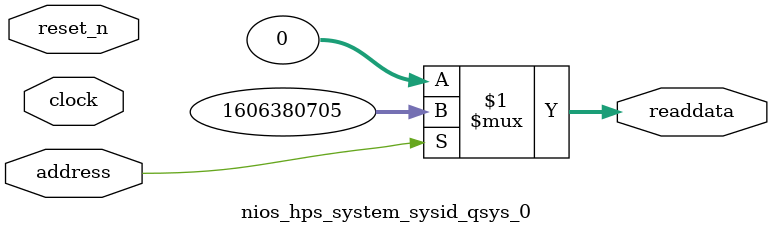
<source format=v>



// synthesis translate_off
`timescale 1ns / 1ps
// synthesis translate_on

// turn off superfluous verilog processor warnings 
// altera message_level Level1 
// altera message_off 10034 10035 10036 10037 10230 10240 10030 

module nios_hps_system_sysid_qsys_0 (
               // inputs:
                address,
                clock,
                reset_n,

               // outputs:
                readdata
             )
;

  output  [ 31: 0] readdata;
  input            address;
  input            clock;
  input            reset_n;

  wire    [ 31: 0] readdata;
  //control_slave, which is an e_avalon_slave
  assign readdata = address ? 1606380705 : 0;

endmodule



</source>
